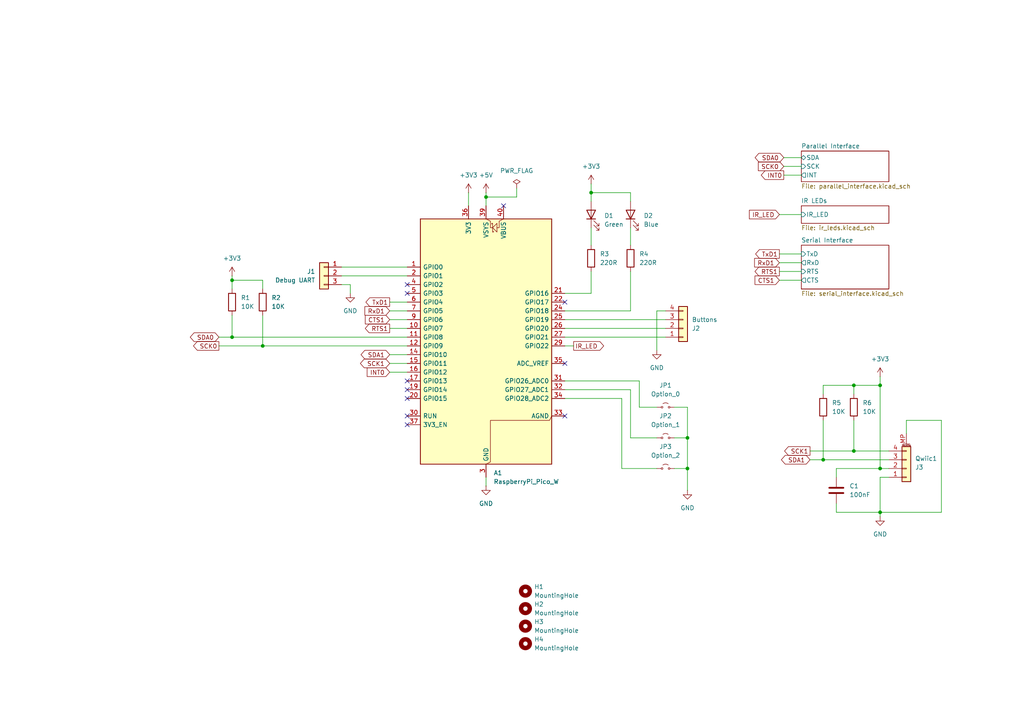
<source format=kicad_sch>
(kicad_sch (version 20231120) (generator "eeschema") (generator_version "8.0")
  (paper "A4")
  (title_block (title "Valiant Turtle 2 - Communicator") (date "2024-11-24") (rev "2_1") (company "https://www.waitingforfriday.com") (comment 1 "(c) 2024 Simon Inns") (comment 2 "License: Attribution-ShareAlike 4.0 International (CC BY-SA 4.0)"))
  (lib_symbols
    (symbol "Connector_Generic:Conn_01x03" (pin_names (offset 1.016) hide)
      (property "Reference" "J" (at 0 5.08 0))
      (property "Value" "Conn_01x03" (at 0 -5.08 0))
      (symbol "Conn_01x03_1_1"
        (rectangle (start -1.27 -2.413) (end 0 -2.667) (stroke (width 0.1524)))
        (rectangle (start -1.27 0.127) (end 0 -0.127) (stroke (width 0.1524)))
        (rectangle (start -1.27 2.667) (end 0 2.413) (stroke (width 0.1524)))
        (rectangle (start -1.27 3.81) (end 1.27 -3.81) (stroke (width 0.254)) (fill (type background)))
        (pin passive line (at -5.08 2.54 0) (length 3.81) (name "Pin_1") (number "1"))
        (pin passive line (at -5.08 0 0) (length 3.81) (name "Pin_2") (number "2"))
        (pin passive line (at -5.08 -2.54 0) (length 3.81) (name "Pin_3") (number "3"))
      )
    )
    (symbol "Connector_Generic:Conn_01x04" (pin_names (offset 1.016) hide)
      (property "Reference" "J" (at 0 5.08 0))
      (property "Value" "Conn_01x04" (at 0 -7.62 0))
      (symbol "Conn_01x04_1_1"
        (rectangle (start -1.27 -4.953) (end 0 -5.207) (stroke (width 0.1524)))
        (rectangle (start -1.27 -2.413) (end 0 -2.667) (stroke (width 0.1524)))
        (rectangle (start -1.27 0.127) (end 0 -0.127) (stroke (width 0.1524)))
        (rectangle (start -1.27 2.667) (end 0 2.413) (stroke (width 0.1524)))
        (rectangle (start -1.27 3.81) (end 1.27 -6.35) (stroke (width 0.254)) (fill (type background)))
        (pin passive line (at -5.08 2.54 0) (length 3.81) (name "Pin_1") (number "1"))
        (pin passive line (at -5.08 0 0) (length 3.81) (name "Pin_2") (number "2"))
        (pin passive line (at -5.08 -2.54 0) (length 3.81) (name "Pin_3") (number "3"))
        (pin passive line (at -5.08 -5.08 0) (length 3.81) (name "Pin_4") (number "4"))
      )
    )
    (symbol "Connector_Generic_MountingPin:Conn_01x04_MountingPin" (pin_names (offset 1.016) hide)
      (property "Reference" "J" (at 0 5.08 0))
      (property "Value" "Conn_01x04_MountingPin" (at 1.27 -7.62 0))
      (symbol "Conn_01x04_MountingPin_1_1"
        (rectangle (start -1.27 -4.953) (end 0 -5.207) (stroke (width 0.1524)))
        (rectangle (start -1.27 -2.413) (end 0 -2.667) (stroke (width 0.1524)))
        (rectangle (start -1.27 0.127) (end 0 -0.127) (stroke (width 0.1524)))
        (rectangle (start -1.27 2.667) (end 0 2.413) (stroke (width 0.1524)))
        (rectangle (start -1.27 3.81) (end 1.27 -6.35) (stroke (width 0.254)) (fill (type background)))
        (polyline (pts (xy -1.016 -7.112) (xy 1.016 -7.112)) (stroke (width 0.1524)))
        (text "Mounting" (at 0 -6.731 0) (effects (font (size 0.381 0.381))))
        (pin passive line (at -5.08 2.54 0) (length 3.81) (name "Pin_1") (number "1"))
        (pin passive line (at -5.08 0 0) (length 3.81) (name "Pin_2") (number "2"))
        (pin passive line (at -5.08 -2.54 0) (length 3.81) (name "Pin_3") (number "3"))
        (pin passive line (at -5.08 -5.08 0) (length 3.81) (name "Pin_4") (number "4"))
        (pin passive line (at 0 -10.16 90) (length 3.048) (name "MountPin") (number "MP"))
      )
    )
    (symbol "Device:C" (pin_numbers hide) (pin_names (offset 0.254))
      (property "Reference" "C" (at 0.635 2.54 0))
      (property "Value" "C" (at 0.635 -2.54 0))
      (symbol "C_0_1"
        (polyline (pts (xy -2.032 -0.762) (xy 2.032 -0.762)) (stroke (width 0.508)))
        (polyline (pts (xy -2.032 0.762) (xy 2.032 0.762)) (stroke (width 0.508)))
      )
      (symbol "C_1_1"
        (pin passive line (at 0 3.81 270) (length 2.794) (name "~") (number "1"))
        (pin passive line (at 0 -3.81 90) (length 2.794) (name "~") (number "2"))
      )
    )
    (symbol "Device:LED" (pin_numbers hide) (pin_names (offset 1.016) hide)
      (property "Reference" "D" (at 0 2.54 0))
      (property "Value" "LED" (at 0 -2.54 0))
      (symbol "LED_0_1"
        (polyline (pts (xy -1.27 -1.27) (xy -1.27 1.27)) (stroke (width 0.254)))
        (polyline (pts (xy -1.27 0) (xy 1.27 0)))
        (polyline (pts (xy 1.27 -1.27) (xy 1.27 1.27) (xy -1.27 0) (xy 1.27 -1.27)) (stroke (width 0.254)))
        (polyline (pts (xy -3.048 -0.762) (xy -4.572 -2.286) (xy -3.81 -2.286) (xy -4.572 -2.286) (xy -4.572 -1.524)))
        (polyline (pts (xy -1.778 -0.762) (xy -3.302 -2.286) (xy -2.54 -2.286) (xy -3.302 -2.286) (xy -3.302 -1.524)))
      )
      (symbol "LED_1_1"
        (pin passive line (at -3.81 0 0) (length 2.54) (name "K") (number "1"))
        (pin passive line (at 3.81 0 180) (length 2.54) (name "A") (number "2"))
      )
    )
    (symbol "Device:R" (pin_numbers hide) (pin_names (offset 0))
      (property "Reference" "R" (at 2.032 0 90))
      (property "Value" "R" (at 0 0 90))
      (symbol "R_0_1"
        (rectangle (start -1.016 -2.54) (end 1.016 2.54) (stroke (width 0.254)))
      )
      (symbol "R_1_1"
        (pin passive line (at 0 3.81 270) (length 1.27) (name "~") (number "1"))
        (pin passive line (at 0 -3.81 90) (length 1.27) (name "~") (number "2"))
      )
    )
    (symbol "Jumper:Jumper_2_Small_Open" (pin_numbers hide) (pin_names (offset 0) hide) (exclude_from_sim yes)
      (property "Reference" "JP" (at 0 2.794 0))
      (property "Value" "Jumper_2_Small_Open" (at 0 -2.286 0))
      (symbol "Jumper_2_Small_Open_0_0"
        (circle (center -1.016 0) (radius 0.254))
        (circle (center 1.016 0) (radius 0.254))
      )
      (symbol "Jumper_2_Small_Open_0_1"
        (arc (start 0.762 1.0196) (mid 0 1.2729) (end -0.762 1.0196))
      )
      (symbol "Jumper_2_Small_Open_1_1"
        (pin passive line (at -2.54 0 0) (length 1.27) (name "A") (number "1"))
        (pin passive line (at 2.54 0 180) (length 1.27) (name "B") (number "2"))
      )
    )
    (symbol "MCU_Module_RaspberryPi_Pico:RaspberryPi_Pico_W" (pin_names (offset 0.762))
      (property "Reference" "A" (at -19.05 38.1 0))
      (property "Value" "RaspberryPi_Pico_W" (at 7.62 38.1 0))
      (symbol "RaspberryPi_Pico_W_0_1"
        (rectangle (start -19.05 36.83) (end 19.05 -34.29) (stroke (width 0.254)) (fill (type background)))
        (polyline (pts (xy 0 36.83) (xy 1.27 36.195) (xy 1.27 34.29) (xy 1.905 34.29)))
        (polyline (pts (xy 1.905 34.29) (xy 3.175 35.56) (xy 3.175 33.02) (xy 1.905 34.29)))
        (polyline (pts (xy 5.08 36.83) (xy 3.81 36.195) (xy 3.81 34.29) (xy 3.175 34.29)))
        (polyline (pts (xy 0 -34.29) (xy 1.27 -33.655) (xy 1.27 -21.59) (xy 18.415 -21.59) (xy 19.05 -20.32)))
        (polyline (pts (xy 1.651 35.306) (xy 1.651 35.56) (xy 1.905 35.56) (xy 1.905 33.02) (xy 2.159 33.02) (xy 2.159 33.274)))
      )
      (symbol "RaspberryPi_Pico_W_1_1"
        (pin bidirectional line (at -22.86 22.86 0) (length 3.81) (name "GPIO0") (number "1"))
        (pin bidirectional line (at -22.86 5.08 0) (length 3.81) (name "GPIO7") (number "10"))
        (pin bidirectional line (at -22.86 2.54 0) (length 3.81) (name "GPIO8") (number "11"))
        (pin bidirectional line (at -22.86 0 0) (length 3.81) (name "GPIO9") (number "12"))
        (pin passive line (at 0 -38.1 90) (length 3.81) hide (name "GND") (number "13"))
        (pin bidirectional line (at -22.86 -2.54 0) (length 3.81) (name "GPIO10") (number "14"))
        (pin bidirectional line (at -22.86 -5.08 0) (length 3.81) (name "GPIO11") (number "15"))
        (pin bidirectional line (at -22.86 -7.62 0) (length 3.81) (name "GPIO12") (number "16"))
        (pin bidirectional line (at -22.86 -10.16 0) (length 3.81) (name "GPIO13") (number "17"))
        (pin passive line (at 0 -38.1 90) (length 3.81) hide (name "GND") (number "18"))
        (pin bidirectional line (at -22.86 -12.7 0) (length 3.81) (name "GPIO14") (number "19"))
        (pin bidirectional line (at -22.86 20.32 0) (length 3.81) (name "GPIO1") (number "2"))
        (pin bidirectional line (at -22.86 -15.24 0) (length 3.81) (name "GPIO15") (number "20"))
        (pin bidirectional line (at 22.86 15.24 180) (length 3.81) (name "GPIO16") (number "21"))
        (pin bidirectional line (at 22.86 12.7 180) (length 3.81) (name "GPIO17") (number "22"))
        (pin passive line (at 0 -38.1 90) (length 3.81) hide (name "GND") (number "23"))
        (pin bidirectional line (at 22.86 10.16 180) (length 3.81) (name "GPIO18") (number "24"))
        (pin bidirectional line (at 22.86 7.62 180) (length 3.81) (name "GPIO19") (number "25"))
        (pin bidirectional line (at 22.86 5.08 180) (length 3.81) (name "GPIO20") (number "26"))
        (pin bidirectional line (at 22.86 2.54 180) (length 3.81) (name "GPIO21") (number "27"))
        (pin passive line (at 0 -38.1 90) (length 3.81) hide (name "GND") (number "28"))
        (pin bidirectional line (at 22.86 0 180) (length 3.81) (name "GPIO22") (number "29"))
        (pin power_out line (at 0 -38.1 90) (length 3.81) (name "GND") (number "3"))
        (pin input line (at -22.86 -20.32 0) (length 3.81) (name "RUN") (number "30"))
        (pin bidirectional line (at 22.86 -10.16 180) (length 3.81) (name "GPIO26_ADC0") (number "31"))
        (pin bidirectional line (at 22.86 -12.7 180) (length 3.81) (name "GPIO27_ADC1") (number "32"))
        (pin power_out line (at 22.86 -20.32 180) (length 3.81) (name "AGND") (number "33"))
        (pin bidirectional line (at 22.86 -15.24 180) (length 3.81) (name "GPIO28_ADC2") (number "34"))
        (pin power_in line (at 22.86 -5.08 180) (length 3.81) (name "ADC_VREF") (number "35"))
        (pin power_out line (at -5.08 40.64 270) (length 3.81) (name "3V3") (number "36"))
        (pin input line (at -22.86 -22.86 0) (length 3.81) (name "3V3_EN") (number "37"))
        (pin passive line (at 0 -38.1 90) (length 3.81) hide (name "GND") (number "38"))
        (pin power_in line (at 0 40.64 270) (length 3.81) (name "VSYS") (number "39"))
        (pin bidirectional line (at -22.86 17.78 0) (length 3.81) (name "GPIO2") (number "4"))
        (pin power_out line (at 5.08 40.64 270) (length 3.81) (name "VBUS") (number "40"))
        (pin bidirectional line (at -22.86 15.24 0) (length 3.81) (name "GPIO3") (number "5"))
        (pin bidirectional line (at -22.86 12.7 0) (length 3.81) (name "GPIO4") (number "6"))
        (pin bidirectional line (at -22.86 10.16 0) (length 3.81) (name "GPIO5") (number "7"))
        (pin passive line (at 0 -38.1 90) (length 3.81) hide (name "GND") (number "8"))
        (pin bidirectional line (at -22.86 7.62 0) (length 3.81) (name "GPIO6") (number "9"))
      )
    )
    (symbol "Mechanical:MountingHole" (pin_names (offset 1.016)) (exclude_from_sim yes) (in_bom no)
      (property "Reference" "H" (at 0 5.08 0))
      (property "Value" "MountingHole" (at 0 3.175 0))
      (symbol "MountingHole_0_1"
        (circle (center 0 0) (radius 1.27) (stroke (width 1.27)))
      )
    )
    (symbol "power:+3V3" (power) (pin_numbers hide) (pin_names (offset 0) hide)
      (property "Value" "+3V3" (at 0 3.556 0))
      (symbol "+3V3_0_1"
        (polyline (pts (xy -0.762 1.27) (xy 0 2.54)))
        (polyline (pts (xy 0 0) (xy 0 2.54)))
        (polyline (pts (xy 0 2.54) (xy 0.762 1.27)))
      )
      (symbol "+3V3_1_1"
        (pin power_in line (at 0 0 90) (length 0) (name "~") (number "1"))
      )
    )
    (symbol "power:+5V" (power) (pin_numbers hide) (pin_names (offset 0) hide)
      (property "Value" "+5V" (at 0 3.556 0))
      (symbol "+5V_0_1"
        (polyline (pts (xy -0.762 1.27) (xy 0 2.54)))
        (polyline (pts (xy 0 0) (xy 0 2.54)))
        (polyline (pts (xy 0 2.54) (xy 0.762 1.27)))
      )
      (symbol "+5V_1_1"
        (pin power_in line (at 0 0 90) (length 0) (name "~") (number "1"))
      )
    )
    (symbol "power:GND" (power) (pin_numbers hide) (pin_names (offset 0) hide)
      (property "Value" "GND" (at 0 -3.81 0))
      (symbol "GND_0_1"
        (polyline (pts (xy 0 0) (xy 0 -1.27) (xy 1.27 -1.27) (xy 0 -2.54) (xy -1.27 -1.27) (xy 0 -1.27)))
      )
      (symbol "GND_1_1"
        (pin power_in line (at 0 0 270) (length 0) (name "~") (number "1"))
      )
    )
    (symbol "power:PWR_FLAG" (power) (pin_numbers hide) (pin_names (offset 0) hide)
      (property "Value" "PWR_FLAG" (at 0 3.81 0))
      (symbol "PWR_FLAG_0_0"
        (pin power_out line (at 0 0 90) (length 0) (name "~") (number "1"))
      )
      (symbol "PWR_FLAG_0_1"
        (polyline (pts (xy 0 0) (xy 0 1.27) (xy -1.016 1.905) (xy 0 2.54) (xy 1.016 1.905) (xy 0 1.27)))
      )
    )
  )
  (junction (at 76.2 100.33))
  (junction (at 140.97 57.15))
  (junction (at 199.39 135.89))
  (junction (at 67.31 97.79))
  (junction (at 255.27 111.76))
  (junction (at 255.27 148.59))
  (junction (at 255.27 135.89))
  (junction (at 247.65 111.76))
  (junction (at 171.45 55.88))
  (junction (at 199.39 127))
  (junction (at 238.76 133.35))
  (junction (at 67.31 81.28))
  (junction (at 247.65 130.81))
  (no_connect (at 118.11 115.57))
  (no_connect (at 118.11 123.19))
  (no_connect (at 163.83 120.65))
  (no_connect (at 118.11 85.09))
  (no_connect (at 118.11 113.03))
  (no_connect (at 118.11 82.55))
  (no_connect (at 163.83 87.63))
  (no_connect (at 146.05 59.69))
  (no_connect (at 118.11 110.49))
  (no_connect (at 163.83 105.41))
  (no_connect (at 118.11 120.65))
  (wire (pts (xy 238.76 121.92) (xy 238.76 133.35)))
  (wire (pts (xy 182.88 58.42) (xy 182.88 55.88)))
  (wire (pts (xy 67.31 91.44) (xy 67.31 97.79)))
  (wire (pts (xy 195.58 127) (xy 199.39 127)))
  (wire (pts (xy 67.31 97.79) (xy 118.11 97.79)))
  (wire (pts (xy 227.33 45.72) (xy 232.41 45.72)))
  (wire (pts (xy 163.83 95.25) (xy 193.04 95.25)))
  (wire (pts (xy 257.81 135.89) (xy 255.27 135.89)))
  (wire (pts (xy 140.97 138.43) (xy 140.97 140.97)))
  (wire (pts (xy 238.76 111.76) (xy 238.76 114.3)))
  (wire (pts (xy 163.83 92.71) (xy 193.04 92.71)))
  (wire (pts (xy 199.39 118.11) (xy 199.39 127)))
  (wire (pts (xy 195.58 135.89) (xy 199.39 135.89)))
  (wire (pts (xy 193.04 90.17) (xy 190.5 90.17)))
  (wire (pts (xy 163.83 100.33) (xy 166.37 100.33)))
  (wire (pts (xy 226.06 76.2) (xy 232.41 76.2)))
  (wire (pts (xy 113.03 95.25) (xy 118.11 95.25)))
  (wire (pts (xy 185.42 118.11) (xy 190.5 118.11)))
  (wire (pts (xy 262.89 125.73) (xy 262.89 121.92)))
  (wire (pts (xy 135.89 55.88) (xy 135.89 59.69)))
  (wire (pts (xy 242.57 135.89) (xy 255.27 135.89)))
  (wire (pts (xy 234.95 133.35) (xy 238.76 133.35)))
  (wire (pts (xy 242.57 146.05) (xy 242.57 148.59)))
  (wire (pts (xy 247.65 114.3) (xy 247.65 111.76)))
  (wire (pts (xy 226.06 81.28) (xy 232.41 81.28)))
  (wire (pts (xy 182.88 66.04) (xy 182.88 71.12)))
  (wire (pts (xy 182.88 127) (xy 190.5 127)))
  (wire (pts (xy 171.45 85.09) (xy 171.45 78.74)))
  (wire (pts (xy 99.06 82.55) (xy 101.6 82.55)))
  (wire (pts (xy 247.65 121.92) (xy 247.65 130.81)))
  (wire (pts (xy 227.33 48.26) (xy 232.41 48.26)))
  (wire (pts (xy 149.86 57.15) (xy 140.97 57.15)))
  (wire (pts (xy 76.2 83.82) (xy 76.2 81.28)))
  (wire (pts (xy 113.03 92.71) (xy 118.11 92.71)))
  (wire (pts (xy 140.97 57.15) (xy 140.97 59.69)))
  (wire (pts (xy 195.58 118.11) (xy 199.39 118.11)))
  (wire (pts (xy 113.03 105.41) (xy 118.11 105.41)))
  (wire (pts (xy 67.31 81.28) (xy 67.31 83.82)))
  (wire (pts (xy 99.06 77.47) (xy 118.11 77.47)))
  (wire (pts (xy 99.06 80.01) (xy 118.11 80.01)))
  (wire (pts (xy 63.5 100.33) (xy 76.2 100.33)))
  (wire (pts (xy 76.2 100.33) (xy 118.11 100.33)))
  (wire (pts (xy 171.45 53.34) (xy 171.45 55.88)))
  (wire (pts (xy 180.34 115.57) (xy 180.34 135.89)))
  (wire (pts (xy 255.27 111.76) (xy 247.65 111.76)))
  (wire (pts (xy 247.65 130.81) (xy 257.81 130.81)))
  (wire (pts (xy 226.06 62.23) (xy 232.41 62.23)))
  (wire (pts (xy 199.39 135.89) (xy 199.39 142.24)))
  (wire (pts (xy 273.05 148.59) (xy 255.27 148.59)))
  (wire (pts (xy 163.83 85.09) (xy 171.45 85.09)))
  (wire (pts (xy 182.88 55.88) (xy 171.45 55.88)))
  (wire (pts (xy 242.57 138.43) (xy 242.57 135.89)))
  (wire (pts (xy 255.27 148.59) (xy 255.27 149.86)))
  (wire (pts (xy 242.57 148.59) (xy 255.27 148.59)))
  (wire (pts (xy 190.5 90.17) (xy 190.5 101.6)))
  (wire (pts (xy 67.31 80.01) (xy 67.31 81.28)))
  (wire (pts (xy 255.27 138.43) (xy 255.27 148.59)))
  (wire (pts (xy 76.2 91.44) (xy 76.2 100.33)))
  (wire (pts (xy 182.88 113.03) (xy 182.88 127)))
  (wire (pts (xy 255.27 109.22) (xy 255.27 111.76)))
  (wire (pts (xy 185.42 110.49) (xy 185.42 118.11)))
  (wire (pts (xy 226.06 78.74) (xy 232.41 78.74)))
  (wire (pts (xy 238.76 133.35) (xy 257.81 133.35)))
  (wire (pts (xy 262.89 121.92) (xy 273.05 121.92)))
  (wire (pts (xy 113.03 90.17) (xy 118.11 90.17)))
  (wire (pts (xy 247.65 111.76) (xy 238.76 111.76)))
  (wire (pts (xy 163.83 90.17) (xy 182.88 90.17)))
  (wire (pts (xy 101.6 82.55) (xy 101.6 85.09)))
  (wire (pts (xy 226.06 73.66) (xy 232.41 73.66)))
  (wire (pts (xy 113.03 87.63) (xy 118.11 87.63)))
  (wire (pts (xy 199.39 127) (xy 199.39 135.89)))
  (wire (pts (xy 234.95 130.81) (xy 247.65 130.81)))
  (wire (pts (xy 273.05 121.92) (xy 273.05 148.59)))
  (wire (pts (xy 163.83 110.49) (xy 185.42 110.49)))
  (wire (pts (xy 113.03 107.95) (xy 118.11 107.95)))
  (wire (pts (xy 163.83 113.03) (xy 182.88 113.03)))
  (wire (pts (xy 63.5 97.79) (xy 67.31 97.79)))
  (wire (pts (xy 76.2 81.28) (xy 67.31 81.28)))
  (wire (pts (xy 163.83 97.79) (xy 193.04 97.79)))
  (wire (pts (xy 257.81 138.43) (xy 255.27 138.43)))
  (wire (pts (xy 149.86 54.61) (xy 149.86 57.15)))
  (wire (pts (xy 255.27 135.89) (xy 255.27 111.76)))
  (wire (pts (xy 180.34 135.89) (xy 190.5 135.89)))
  (wire (pts (xy 113.03 102.87) (xy 118.11 102.87)))
  (wire (pts (xy 171.45 66.04) (xy 171.45 71.12)))
  (wire (pts (xy 140.97 55.88) (xy 140.97 57.15)))
  (wire (pts (xy 171.45 55.88) (xy 171.45 58.42)))
  (wire (pts (xy 163.83 115.57) (xy 180.34 115.57)))
  (wire (pts (xy 227.33 50.8) (xy 232.41 50.8)))
  (wire (pts (xy 182.88 90.17) (xy 182.88 78.74)))
  (global_label "SDA0" (shape bidirectional) (at 227.33 45.72 180) (property "Intersheetrefs" "${INTERSHEET_REFS}" (effects (hide yes))))
  (global_label "SDA0" (shape bidirectional) (at 63.5 97.79 180) (property "Intersheetrefs" "${INTERSHEET_REFS}" (effects (hide yes))))
  (global_label "TxD1" (shape output) (at 226.06 73.66 180) (property "Intersheetrefs" "${INTERSHEET_REFS}" (effects (hide yes))))
  (global_label "SDA1" (shape bidirectional) (at 113.03 102.87 180) (property "Intersheetrefs" "${INTERSHEET_REFS}" (effects (hide yes))))
  (global_label "SDA1" (shape bidirectional) (at 234.95 133.35 180) (property "Intersheetrefs" "${INTERSHEET_REFS}" (effects (hide yes))))
  (global_label "IR_LED" (shape input) (at 226.06 62.23 180) (property "Intersheetrefs" "${INTERSHEET_REFS}" (effects (hide yes))))
  (global_label "SCK1" (shape bidirectional) (at 113.03 105.41 180) (property "Intersheetrefs" "${INTERSHEET_REFS}" (effects (hide yes))))
  (global_label "INT0" (shape input) (at 113.03 107.95 180) (property "Intersheetrefs" "${INTERSHEET_REFS}" (effects (hide yes))))
  (global_label "SCK1" (shape output) (at 234.95 130.81 180) (property "Intersheetrefs" "${INTERSHEET_REFS}" (effects (hide yes))))
  (global_label "TxD1" (shape output) (at 113.03 87.63 180) (property "Intersheetrefs" "${INTERSHEET_REFS}" (effects (hide yes))))
  (global_label "CTS1" (shape input) (at 113.03 92.71 180) (property "Intersheetrefs" "${INTERSHEET_REFS}" (effects (hide yes))))
  (global_label "RTS1" (shape output) (at 113.03 95.25 180) (property "Intersheetrefs" "${INTERSHEET_REFS}" (effects (hide yes))))
  (global_label "RxD1" (shape input) (at 113.03 90.17 180) (property "Intersheetrefs" "${INTERSHEET_REFS}" (effects (hide yes))))
  (global_label "IR_LED" (shape output) (at 166.37 100.33 0) (property "Intersheetrefs" "${INTERSHEET_REFS}" (effects (hide yes))))
  (global_label "RTS1" (shape output) (at 226.06 78.74 180) (property "Intersheetrefs" "${INTERSHEET_REFS}" (effects (hide yes))))
  (global_label "SCK0" (shape output) (at 63.5 100.33 180) (property "Intersheetrefs" "${INTERSHEET_REFS}" (effects (hide yes))))
  (global_label "CTS1" (shape input) (at 226.06 81.28 180) (property "Intersheetrefs" "${INTERSHEET_REFS}" (effects (hide yes))))
  (global_label "INT0" (shape output) (at 227.33 50.8 180) (property "Intersheetrefs" "${INTERSHEET_REFS}" (effects (hide yes))))
  (global_label "SCK0" (shape input) (at 227.33 48.26 180) (property "Intersheetrefs" "${INTERSHEET_REFS}" (effects (hide yes))))
  (global_label "RxD1" (shape input) (at 226.06 76.2 180) (property "Intersheetrefs" "${INTERSHEET_REFS}" (effects (hide yes))))
  (symbol (lib_id "Device:R") (at 238.76 118.11 0) (unit 1)
    (property "Reference" "R5" (at 241.3 116.8399 0) (effects (justify left)))
    (property "Value" "10K" (at 241.3 119.3799 0) (effects (justify left)))
    (property "Footprint" "Resistor_SMD:R_0805_2012Metric_Pad1.20x1.40mm_HandSolder" (effects (hide yes)))
    (property "Description" "Resistor" (effects (hide yes)))
  )
  (symbol (lib_id "power:+3V3") (at 67.31 80.01 0) (unit 1)
    (property "Reference" "#PWR01" (effects (hide yes)))
    (property "Value" "+3V3" (at 67.31 74.93 0))
    (property "Description" "Power symbol creates a global label with name \"+3V3\"" (effects (hide yes)))
  )
  (symbol (lib_id "power:+3V3") (at 255.27 109.22 0) (unit 1)
    (property "Reference" "#PWR09" (effects (hide yes)))
    (property "Value" "+3V3" (at 255.27 104.14 0))
    (property "Description" "Power symbol creates a global label with name \"+3V3\"" (effects (hide yes)))
  )
  (symbol (lib_id "power:GND") (at 199.39 142.24 0) (unit 1)
    (property "Reference" "#PWR08" (effects (hide yes)))
    (property "Value" "GND" (at 199.39 147.32 0))
    (property "Description" "Power symbol creates a global label with name \"GND\" , ground" (effects (hide yes)))
  )
  (symbol (lib_id "Connector_Generic:Conn_01x03") (at 93.98 80.01 0) (mirror y) (unit 1)
    (property "Reference" "J1" (at 91.44 78.7399 0) (effects (justify left)))
    (property "Value" "Debug UART" (at 91.44 81.2799 0) (effects (justify left)))
    (property "Footprint" "Connector_PinHeader_2.54mm:PinHeader_1x03_P2.54mm_Vertical" (effects (hide yes)))
    (property "Description" "Generic connector, single row, 01x03, script generated (kicad-library-utils/schlib/autogen/connector/)" (effects (hide yes)))
  )
  (symbol (lib_id "Device:LED") (at 171.45 62.23 90) (unit 1)
    (property "Reference" "D1" (at 175.26 62.5474 90) (effects (justify right)))
    (property "Value" "Green" (at 175.26 65.0874 90) (effects (justify right)))
    (property "Footprint" "LED_THT:LED_D5.0mm_Horizontal_O1.27mm_Z3.0mm_Clear" (effects (hide yes)))
    (property "Description" "Light emitting diode" (effects (hide yes)))
  )
  (symbol (lib_id "Connector_Generic:Conn_01x04") (at 198.12 95.25 0) (mirror x) (unit 1)
    (property "Reference" "J2" (at 200.66 95.2501 0) (effects (justify left)))
    (property "Value" "Buttons" (at 200.66 92.7101 0) (effects (justify left)))
    (property "Footprint" "Connector_JST:JST_XH_B4B-XH-A_1x04_P2.50mm_Vertical" (effects (hide yes)))
    (property "Description" "Generic connector, single row, 01x04, script generated (kicad-library-utils/schlib/autogen/connector/)" (effects (hide yes)))
  )
  (symbol (lib_id "Jumper:Jumper_2_Small_Open") (at 193.04 135.89 0) (unit 1) (exclude_from_sim yes)
    (property "Reference" "JP3" (at 193.04 129.54 0))
    (property "Value" "Option_2" (at 193.04 132.08 0))
    (property "Footprint" "Connector_PinHeader_2.54mm:PinHeader_1x02_P2.54mm_Vertical" (effects (hide yes)))
    (property "Description" "Jumper, 2-pole, small symbol, open" (effects (hide yes)))
  )
  (symbol (lib_id "Jumper:Jumper_2_Small_Open") (at 193.04 127 0) (unit 1) (exclude_from_sim yes)
    (property "Reference" "JP2" (at 193.04 120.65 0))
    (property "Value" "Option_1" (at 193.04 123.19 0))
    (property "Footprint" "Connector_PinHeader_2.54mm:PinHeader_1x02_P2.54mm_Vertical" (effects (hide yes)))
    (property "Description" "Jumper, 2-pole, small symbol, open" (effects (hide yes)))
  )
  (symbol (lib_id "MCU_Module_RaspberryPi_Pico:RaspberryPi_Pico_W") (at 140.97 100.33 0) (unit 1)
    (property "Reference" "A1" (at 143.1641 137.16 0) (effects (justify left)))
    (property "Value" "RaspberryPi_Pico_W" (at 143.1641 139.7 0) (effects (justify left)))
    (property "Footprint" "Module_RaspberryPi_Pico:RaspberryPi_Pico_Common" (effects (hide yes)))
    (property "Datasheet" "https://datasheets.raspberrypi.com/picow/pico-w-datasheet.pdf" (effects (hide yes)))
    (property "Description" "Versatile and inexpensive wireless microcontroller module powered by RP2040 dual-core Arm Cortex-M0+ processor up to 133 MHz, 264kB SRAM, 2MB QSPI flash, Infineon CYW43439 2.4GHz 802.11n wireless LAN" (effects (hide yes)))
  )
  (symbol (lib_id "power:GND") (at 190.5 101.6 0) (unit 1)
    (property "Reference" "#PWR07" (effects (hide yes)))
    (property "Value" "GND" (at 190.5 106.68 0))
    (property "Description" "Power symbol creates a global label with name \"GND\" , ground" (effects (hide yes)))
  )
  (symbol (lib_id "Device:R") (at 247.65 118.11 0) (unit 1)
    (property "Reference" "R6" (at 250.19 116.8399 0) (effects (justify left)))
    (property "Value" "10K" (at 250.19 119.3799 0) (effects (justify left)))
    (property "Footprint" "Resistor_SMD:R_0805_2012Metric_Pad1.20x1.40mm_HandSolder" (effects (hide yes)))
    (property "Description" "Resistor" (effects (hide yes)))
  )
  (symbol (lib_id "Connector_Generic_MountingPin:Conn_01x04_MountingPin") (at 262.89 135.89 0) (mirror x) (unit 1)
    (property "Reference" "J3" (at 265.43 135.5345 0) (effects (justify left)))
    (property "Value" "Qwiic1" (at 265.43 132.9945 0) (effects (justify left)))
    (property "Footprint" "Connector_JST:JST_SH_BM04B-SRSS-TB_1x04-1MP_P1.00mm_Vertical" (effects (hide yes)))
    (property "Description" "Generic connectable mounting pin connector, single row, 01x04, script generated (kicad-library-utils/schlib/autogen/connector/)" (effects (hide yes)))
  )
  (symbol (lib_id "Mechanical:MountingHole") (at 152.4 176.53 0) (unit 1) (exclude_from_sim yes) (in_bom no)
    (property "Reference" "H2" (at 154.94 175.2599 0) (effects (justify left)))
    (property "Value" "MountingHole" (at 154.94 177.7999 0) (effects (justify left)))
    (property "Footprint" "MountingHole:MountingHole_3.2mm_M3" (effects (hide yes)))
    (property "Description" "Mounting Hole without connection" (effects (hide yes)))
  )
  (symbol (lib_id "Device:R") (at 76.2 87.63 0) (unit 1)
    (property "Reference" "R2" (at 78.74 86.3599 0) (effects (justify left)))
    (property "Value" "10K" (at 78.74 88.8999 0) (effects (justify left)))
    (property "Footprint" "Resistor_SMD:R_0805_2012Metric_Pad1.20x1.40mm_HandSolder" (effects (hide yes)))
    (property "Description" "Resistor" (effects (hide yes)))
  )
  (symbol (lib_id "power:GND") (at 140.97 140.97 0) (unit 1)
    (property "Reference" "#PWR05" (effects (hide yes)))
    (property "Value" "GND" (at 140.97 146.05 0))
    (property "Description" "Power symbol creates a global label with name \"GND\" , ground" (effects (hide yes)))
  )
  (symbol (lib_id "Device:C") (at 242.57 142.24 180) (unit 1)
    (property "Reference" "C1" (at 246.38 140.9699 0) (effects (justify right)))
    (property "Value" "100nF" (at 246.38 143.5099 0) (effects (justify right)))
    (property "Footprint" "Capacitor_SMD:C_0805_2012Metric_Pad1.18x1.45mm_HandSolder" (effects (hide yes)))
    (property "Description" "Unpolarized capacitor" (effects (hide yes)))
  )
  (symbol (lib_id "power:+3V3") (at 135.89 55.88 0) (unit 1)
    (property "Reference" "#PWR03" (effects (hide yes)))
    (property "Value" "+3V3" (at 135.89 50.8 0))
    (property "Description" "Power symbol creates a global label with name \"+3V3\"" (effects (hide yes)))
  )
  (symbol (lib_id "Jumper:Jumper_2_Small_Open") (at 193.04 118.11 0) (unit 1) (exclude_from_sim yes)
    (property "Reference" "JP1" (at 193.04 111.76 0))
    (property "Value" "Option_0" (at 193.04 114.3 0))
    (property "Footprint" "Connector_PinHeader_2.54mm:PinHeader_1x02_P2.54mm_Vertical" (effects (hide yes)))
    (property "Description" "Jumper, 2-pole, small symbol, open" (effects (hide yes)))
  )
  (symbol (lib_id "Mechanical:MountingHole") (at 152.4 171.45 0) (unit 1) (exclude_from_sim yes) (in_bom no)
    (property "Reference" "H1" (at 154.94 170.1799 0) (effects (justify left)))
    (property "Value" "MountingHole" (at 154.94 172.7199 0) (effects (justify left)))
    (property "Footprint" "MountingHole:MountingHole_3.2mm_M3" (effects (hide yes)))
    (property "Description" "Mounting Hole without connection" (effects (hide yes)))
  )
  (symbol (lib_id "Device:R") (at 67.31 87.63 0) (unit 1)
    (property "Reference" "R1" (at 69.85 86.3599 0) (effects (justify left)))
    (property "Value" "10K" (at 69.85 88.8999 0) (effects (justify left)))
    (property "Footprint" "Resistor_SMD:R_0805_2012Metric_Pad1.20x1.40mm_HandSolder" (effects (hide yes)))
    (property "Description" "Resistor" (effects (hide yes)))
  )
  (symbol (lib_id "power:+5V") (at 140.97 55.88 0) (unit 1)
    (property "Reference" "#PWR04" (effects (hide yes)))
    (property "Value" "+5V" (at 140.97 50.8 0))
    (property "Description" "Power symbol creates a global label with name \"+5V\"" (effects (hide yes)))
  )
  (symbol (lib_id "power:GND") (at 101.6 85.09 0) (unit 1)
    (property "Reference" "#PWR02" (effects (hide yes)))
    (property "Value" "GND" (at 101.6 90.17 0))
    (property "Description" "Power symbol creates a global label with name \"GND\" , ground" (effects (hide yes)))
  )
  (symbol (lib_id "Device:LED") (at 182.88 62.23 90) (unit 1)
    (property "Reference" "D2" (at 186.69 62.5474 90) (effects (justify right)))
    (property "Value" "Blue" (at 186.69 65.0874 90) (effects (justify right)))
    (property "Footprint" "LED_THT:LED_D5.0mm_Horizontal_O1.27mm_Z3.0mm_Clear" (effects (hide yes)))
    (property "Description" "Light emitting diode" (effects (hide yes)))
  )
  (symbol (lib_id "Mechanical:MountingHole") (at 152.4 186.69 0) (unit 1) (exclude_from_sim yes) (in_bom no)
    (property "Reference" "H4" (at 154.94 185.4199 0) (effects (justify left)))
    (property "Value" "MountingHole" (at 154.94 187.9599 0) (effects (justify left)))
    (property "Footprint" "MountingHole:MountingHole_3.2mm_M3" (effects (hide yes)))
    (property "Description" "Mounting Hole without connection" (effects (hide yes)))
  )
  (symbol (lib_id "power:PWR_FLAG") (at 149.86 54.61 0) (unit 1)
    (property "Reference" "#FLG01" (effects (hide yes)))
    (property "Value" "PWR_FLAG" (at 149.86 49.53 0))
    (property "Description" "Special symbol for telling ERC where power comes from" (effects (hide yes)))
  )
  (symbol (lib_id "power:+3V3") (at 171.45 53.34 0) (unit 1)
    (property "Reference" "#PWR06" (effects (hide yes)))
    (property "Value" "+3V3" (at 171.45 48.26 0))
    (property "Description" "Power symbol creates a global label with name \"+3V3\"" (effects (hide yes)))
  )
  (symbol (lib_id "Device:R") (at 171.45 74.93 0) (unit 1)
    (property "Reference" "R3" (at 173.99 73.6599 0) (effects (justify left)))
    (property "Value" "220R" (at 173.99 76.1999 0) (effects (justify left)))
    (property "Footprint" "Resistor_SMD:R_0805_2012Metric_Pad1.20x1.40mm_HandSolder" (effects (hide yes)))
    (property "Description" "Resistor" (effects (hide yes)))
  )
  (symbol (lib_id "power:GND") (at 255.27 149.86 0) (unit 1)
    (property "Reference" "#PWR010" (effects (hide yes)))
    (property "Value" "GND" (at 255.27 154.94 0))
    (property "Description" "Power symbol creates a global label with name \"GND\" , ground" (effects (hide yes)))
  )
  (symbol (lib_id "Device:R") (at 182.88 74.93 0) (unit 1)
    (property "Reference" "R4" (at 185.42 73.6599 0) (effects (justify left)))
    (property "Value" "220R" (at 185.42 76.1999 0) (effects (justify left)))
    (property "Footprint" "Resistor_SMD:R_0805_2012Metric_Pad1.20x1.40mm_HandSolder" (effects (hide yes)))
    (property "Description" "Resistor" (effects (hide yes)))
  )
  (symbol (lib_id "Mechanical:MountingHole") (at 152.4 181.61 0) (unit 1) (exclude_from_sim yes) (in_bom no)
    (property "Reference" "H3" (at 154.94 180.3399 0) (effects (justify left)))
    (property "Value" "MountingHole" (at 154.94 182.8799 0) (effects (justify left)))
    (property "Footprint" "MountingHole:MountingHole_3.2mm_M3" (effects (hide yes)))
    (property "Description" "Mounting Hole without connection" (effects (hide yes)))
  )
  (sheet (at 232.41 59.69) (size 25.4 5.08) (stroke (width 0.1524))
    (property "Sheetname" "IR LEDs" (at 232.41 58.9784 0) (effects (justify left bottom)))
    (property "Sheetfile" "ir_leds.kicad_sch" (at 232.41 65.3546 0) (effects (justify left top)))
    (pin "IR_LED" input (at 232.41 62.23 180))
  )
  (sheet (at 232.41 43.815) (size 25.4 8.89) (stroke (width 0.1524))
    (property "Sheetname" "Parallel Interface" (at 232.41 43.1034 0) (effects (justify left bottom)))
    (property "Sheetfile" "parallel_interface.kicad_sch" (at 232.41 53.2896 0) (effects (justify left top)))
    (pin "SCK" input (at 232.41 48.26 180))
    (pin "SDA" bidirectional (at 232.41 45.72 180))
    (pin "INT" output (at 232.41 50.8 180))
  )
  (sheet (at 232.41 71.12) (size 25.4 12.7) (stroke (width 0.1524))
    (property "Sheetname" "Serial Interface" (at 232.41 70.4084 0) (effects (justify left bottom)))
    (property "Sheetfile" "serial_interface.kicad_sch" (at 232.41 84.4046 0) (effects (justify left top)))
    (pin "RxD" output (at 232.41 76.2 180))
    (pin "TxD" input (at 232.41 73.66 180))
    (pin "RTS" input (at 232.41 78.74 180))
    (pin "CTS" output (at 232.41 81.28 180))
  )
)
</source>
